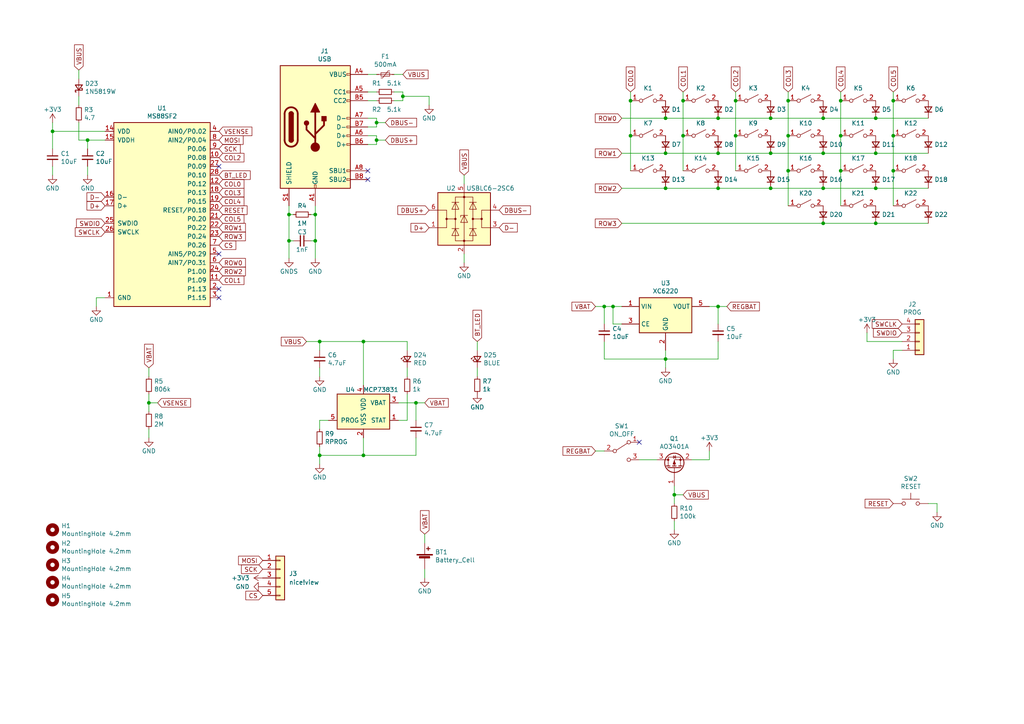
<source format=kicad_sch>
(kicad_sch (version 20211123) (generator eeschema)
  (paper "A4")
  (lib_symbols
    (symbol "Battery_Management:MCP73831-2-OT" (pin_names (offset 1.016))
      (property "Reference" "U" (at -7.62 6.35 0))
      (property "Value" "MCP73831-2-OT" (at 1.27 6.35 0))
      (symbol "MCP73831-2-OT_1_1"
        (pin output line (at 10.16 -2.54 180) (length 2.54) (name "STAT") (number "1"))
        (pin power_in line (at 0 -7.62 90) (length 2.54) (name "VSS") (number "2"))
        (pin power_out line (at 10.16 2.54 180) (length 2.54) (name "VBAT") (number "3"))
        (pin power_in line (at 0 7.62 270) (length 2.54) (name "VDD") (number "4"))
        (pin input line (at -10.16 -2.54 0) (length 2.54) (name "PROG") (number "5"))
      )
    )
    (symbol "Connector:USB_C_Receptacle_USB2.0" (pin_names (offset 1.016))
      (property "Reference" "J" (at -10.16 19.05 0))
      (property "Value" "USB_C_Receptacle_USB2.0" (at 19.05 19.05 0))
      (symbol "USB_C_Receptacle_USB2.0_1_1"
        (pin passive line (at 0 -22.86 90) (length 5.08) (name "GND") (number "A1"))
        (pin passive line (at 0 -22.86 90) (length 5.08) hide (name "GND") (number "A12"))
        (pin passive line (at 15.24 15.24 180) (length 5.08) (name "VBUS") (number "A4"))
        (pin bidirectional line (at 15.24 10.16 180) (length 5.08) (name "CC1") (number "A5"))
        (pin bidirectional line (at 15.24 -2.54 180) (length 5.08) (name "D+") (number "A6"))
        (pin bidirectional line (at 15.24 2.54 180) (length 5.08) (name "D-") (number "A7"))
        (pin bidirectional line (at 15.24 -12.7 180) (length 5.08) (name "SBU1") (number "A8"))
        (pin passive line (at 15.24 15.24 180) (length 5.08) hide (name "VBUS") (number "A9"))
        (pin passive line (at 0 -22.86 90) (length 5.08) hide (name "GND") (number "B1"))
        (pin passive line (at 0 -22.86 90) (length 5.08) hide (name "GND") (number "B12"))
        (pin passive line (at 15.24 15.24 180) (length 5.08) hide (name "VBUS") (number "B4"))
        (pin bidirectional line (at 15.24 7.62 180) (length 5.08) (name "CC2") (number "B5"))
        (pin bidirectional line (at 15.24 -5.08 180) (length 5.08) (name "D+") (number "B6"))
        (pin bidirectional line (at 15.24 0 180) (length 5.08) (name "D-") (number "B7"))
        (pin bidirectional line (at 15.24 -15.24 180) (length 5.08) (name "SBU2") (number "B8"))
        (pin passive line (at 15.24 15.24 180) (length 5.08) hide (name "VBUS") (number "B9"))
        (pin passive line (at -7.62 -22.86 90) (length 5.08) (name "SHIELD") (number "S1"))
      )
    )
    (symbol "Connector_Generic:Conn_01x04" (pin_names (offset 1.016) hide)
      (property "Reference" "J" (at 0 5.08 0))
      (property "Value" "Conn_01x04" (at 0 -7.62 0))
      (symbol "Conn_01x04_1_1"
        (pin passive line (at -5.08 2.54 0) (length 3.81) (name "Pin_1") (number "1"))
        (pin passive line (at -5.08 0 0) (length 3.81) (name "Pin_2") (number "2"))
        (pin passive line (at -5.08 -2.54 0) (length 3.81) (name "Pin_3") (number "3"))
        (pin passive line (at -5.08 -5.08 0) (length 3.81) (name "Pin_4") (number "4"))
      )
    )
    (symbol "Connector_Generic:Conn_01x05" (pin_names (offset 1.016) hide)
      (property "Reference" "J" (at 0 7.62 0))
      (property "Value" "Conn_01x05" (at 0 -7.62 0))
      (symbol "Conn_01x05_1_1"
        (pin passive line (at -5.08 5.08 0) (length 3.81) (name "Pin_1") (number "1"))
        (pin passive line (at -5.08 2.54 0) (length 3.81) (name "Pin_2") (number "2"))
        (pin passive line (at -5.08 0 0) (length 3.81) (name "Pin_3") (number "3"))
        (pin passive line (at -5.08 -2.54 0) (length 3.81) (name "Pin_4") (number "4"))
        (pin passive line (at -5.08 -5.08 0) (length 3.81) (name "Pin_5") (number "5"))
      )
    )
    (symbol "Device:Battery_Cell" (pin_numbers hide) (pin_names (offset 0) hide)
      (property "Reference" "BT" (at 2.54 2.54 0))
      (property "Value" "Battery_Cell" (at 2.54 0 0))
      (symbol "Battery_Cell_1_1"
        (pin passive line (at 0 5.08 270) (length 2.54) (name "+") (number "1"))
        (pin passive line (at 0 -2.54 90) (length 2.54) (name "-") (number "2"))
      )
    )
    (symbol "Device:C_Small" (pin_numbers hide) (pin_names (offset 0.254) hide)
      (property "Reference" "C" (at 0.254 1.778 0))
      (property "Value" "C_Small" (at 0.254 -2.032 0))
      (symbol "C_Small_1_1"
        (pin passive line (at 0 2.54 270) (length 2.032) (name "~") (number "1"))
        (pin passive line (at 0 -2.54 90) (length 2.032) (name "~") (number "2"))
      )
    )
    (symbol "Device:D_Schottky_Small" (pin_numbers hide) (pin_names (offset 0.254) hide)
      (property "Reference" "D" (at -1.27 2.032 0))
      (property "Value" "D_Schottky_Small" (at -7.112 -2.032 0))
      (symbol "D_Schottky_Small_1_1"
        (pin passive line (at -2.54 0 0) (length 1.778) (name "K") (number "1"))
        (pin passive line (at 2.54 0 180) (length 1.778) (name "A") (number "2"))
      )
    )
    (symbol "Device:D_Small" (pin_numbers hide) (pin_names (offset 0.254) hide)
      (property "Reference" "D" (at -1.27 2.032 0))
      (property "Value" "D_Small" (at -3.81 -2.032 0))
      (symbol "D_Small_1_1"
        (pin passive line (at -2.54 0 0) (length 1.778) (name "K") (number "1"))
        (pin passive line (at 2.54 0 180) (length 1.778) (name "A") (number "2"))
      )
    )
    (symbol "Device:LED_Small" (pin_numbers hide) (pin_names (offset 0.254) hide)
      (property "Reference" "D" (at -1.27 3.175 0))
      (property "Value" "LED_Small" (at -4.445 -2.54 0))
      (symbol "LED_Small_1_1"
        (pin passive line (at -2.54 0 0) (length 1.778) (name "K") (number "1"))
        (pin passive line (at 2.54 0 180) (length 1.778) (name "A") (number "2"))
      )
    )
    (symbol "Device:Polyfuse_Small" (pin_numbers hide) (pin_names (offset 0))
      (property "Reference" "F" (at -1.905 0 90))
      (property "Value" "Polyfuse_Small" (at 1.905 0 90))
      (symbol "Polyfuse_Small_1_1"
        (pin passive line (at 0 2.54 270) (length 0.635) (name "~") (number "1"))
        (pin passive line (at 0 -2.54 90) (length 0.635) (name "~") (number "2"))
      )
    )
    (symbol "Device:R_Small" (pin_numbers hide) (pin_names (offset 0.254) hide)
      (property "Reference" "R" (at 0.762 0.508 0))
      (property "Value" "R_Small" (at 0.762 -1.016 0))
      (symbol "R_Small_1_1"
        (pin passive line (at 0 2.54 270) (length 0.762) (name "~") (number "1"))
        (pin passive line (at 0 -2.54 90) (length 0.762) (name "~") (number "2"))
      )
    )
    (symbol "Mechanical:MountingHole" (pin_names (offset 1.016))
      (property "Reference" "H" (at 0 5.08 0))
      (property "Value" "MountingHole" (at 0 3.175 0))
    )
    (symbol "Power_Protection:USBLC6-2SC6" (pin_names hide)
      (property "Reference" "U" (at 2.54 8.89 0))
      (property "Value" "USBLC6-2SC6" (at 2.54 -8.89 0))
      (symbol "USBLC6-2SC6_1_1"
        (pin passive line (at -10.16 -2.54 0) (length 2.54) (name "I/O1") (number "1"))
        (pin passive line (at 0 -10.16 90) (length 2.54) (name "GND") (number "2"))
        (pin passive line (at 10.16 -2.54 180) (length 2.54) (name "I/O2") (number "3"))
        (pin passive line (at 10.16 2.54 180) (length 2.54) (name "I/O2") (number "4"))
        (pin passive line (at 0 10.16 270) (length 2.54) (name "VBUS") (number "5"))
        (pin passive line (at -10.16 2.54 0) (length 2.54) (name "I/O1") (number "6"))
      )
    )
    (symbol "Regulator_Linear:XC6220B331MR"
      (property "Reference" "U" (at 0 8.89 0))
      (property "Value" "XC6220B331MR" (at 0 6.35 0))
      (symbol "XC6220B331MR_1_1"
        (pin power_in line (at -12.7 2.54 0) (length 5.08) (name "VIN") (number "1"))
        (pin power_in line (at 0 -10.16 90) (length 5.08) (name "GND") (number "2"))
        (pin input line (at -12.7 -2.54 0) (length 5.08) (name "CE") (number "3"))
        (pin no_connect line (at 12.7 -2.54 180) (length 5.08) hide (name "NC") (number "4"))
        (pin power_out line (at 12.7 2.54 180) (length 5.08) (name "VOUT") (number "5"))
      )
    )
    (symbol "Switch:SW_Push" (pin_numbers hide) (pin_names (offset 1.016) hide)
      (property "Reference" "SW" (at 1.27 2.54 0))
      (property "Value" "SW_Push" (at 0 -1.524 0))
      (symbol "SW_Push_0_1"
        (pin passive line (at -5.08 0 0) (length 2.54) (name "1") (number "1"))
        (pin passive line (at 5.08 0 180) (length 2.54) (name "2") (number "2"))
      )
    )
    (symbol "Switch:SW_SPDT" (pin_names (offset 0) hide)
      (property "Reference" "SW" (at 0 4.318 0))
      (property "Value" "SW_SPDT" (at 0 -5.08 0))
      (symbol "SW_SPDT_1_1"
        (pin passive line (at 5.08 2.54 180) (length 2.54) (name "A") (number "1"))
        (pin passive line (at -5.08 0 0) (length 2.54) (name "B") (number "2"))
        (pin passive line (at 5.08 -2.54 180) (length 2.54) (name "C") (number "3"))
      )
    )
    (symbol "Transistor_FET:AO3401A" (pin_names hide)
      (property "Reference" "Q" (at 5.08 1.905 0))
      (property "Value" "AO3401A" (at 5.08 0 0))
      (symbol "AO3401A_1_1"
        (pin input line (at -5.08 0 0) (length 2.54) (name "G") (number "1"))
        (pin passive line (at 2.54 -5.08 90) (length 2.54) (name "S") (number "2"))
        (pin passive line (at 2.54 5.08 270) (length 2.54) (name "D") (number "3"))
      )
    )
    (symbol "dao-choc-ble:KEY_SWITCH" (pin_names (offset 0) hide)
      (property "Reference" "K" (at 0 3.175 0))
      (symbol "KEY_SWITCH_1_1"
        (pin passive line (at -5.08 0 0) (length 2.54) (name "A") (number "1"))
        (pin passive line (at 5.08 0 180) (length 2.54) (name "B") (number "2"))
      )
    )
    (symbol "dao-choc-ble:MS88SF2" (pin_names (offset 1.016))
      (property "Reference" "U" (at 0 27.94 0))
      (property "Value" "MS88SF2" (at 0 -27.94 0))
      (symbol "MS88SF2_0_0"
        (pin bidirectional line (at -16.51 -24.13 0) (length 2.54) (name "GND") (number "1"))
        (pin bidirectional line (at 16.51 16.51 180) (length 2.54) (name "P0.08") (number "10"))
        (pin bidirectional line (at 16.51 -19.05 180) (length 2.54) (name "P1.09") (number "11"))
        (pin bidirectional line (at 16.51 8.89 180) (length 2.54) (name "P0.12") (number "12"))
        (pin bidirectional line (at -16.51 -24.13 0) (length 2.54) hide (name "GND") (number "13"))
        (pin bidirectional line (at -16.51 24.13 0) (length 2.54) (name "VDD") (number "14"))
        (pin bidirectional line (at -16.51 21.59 0) (length 2.54) (name "VDDH") (number "15"))
        (pin bidirectional line (at -16.51 5.08 0) (length 2.54) (name "D-") (number "16"))
        (pin bidirectional line (at -16.51 2.54 0) (length 2.54) (name "D+") (number "17"))
        (pin bidirectional line (at 16.51 6.35 180) (length 2.54) (name "P0.13") (number "18"))
        (pin bidirectional line (at 16.51 3.81 180) (length 2.54) (name "P0.15") (number "19"))
        (pin bidirectional line (at 16.51 -21.59 180) (length 2.54) (name "P1.13") (number "2"))
        (pin bidirectional line (at 16.51 1.27 180) (length 2.54) (name "RESET/P0.18") (number "20"))
        (pin bidirectional line (at 16.51 -1.27 180) (length 2.54) (name "P0.20") (number "21"))
        (pin bidirectional line (at 16.51 -3.81 180) (length 2.54) (name "P0.22") (number "22"))
        (pin bidirectional line (at 16.51 -6.35 180) (length 2.54) (name "P0.24") (number "23"))
        (pin bidirectional line (at 16.51 -16.51 180) (length 2.54) (name "P1.00") (number "24"))
        (pin bidirectional line (at -16.51 -2.54 0) (length 2.54) (name "SWDIO") (number "25"))
        (pin bidirectional line (at -16.51 -5.08 0) (length 2.54) (name "SWCLK") (number "26"))
        (pin bidirectional line (at 16.51 13.97 180) (length 2.54) (name "P0.09") (number "27"))
        (pin bidirectional line (at 16.51 11.43 180) (length 2.54) (name "P0.10") (number "28"))
        (pin bidirectional line (at 16.51 -24.13 180) (length 2.54) (name "P1.15") (number "3"))
        (pin bidirectional line (at 16.51 24.13 180) (length 2.54) (name "AIN0/P0.02") (number "4"))
        (pin bidirectional line (at 16.51 -11.43 180) (length 2.54) (name "AIN5/P0.29") (number "5"))
        (pin bidirectional line (at 16.51 -13.97 180) (length 2.54) (name "AIN7/P0.31") (number "6"))
        (pin bidirectional line (at 16.51 -8.89 180) (length 2.54) (name "P0.26") (number "7"))
        (pin bidirectional line (at 16.51 21.59 180) (length 2.54) (name "AIN2/P0.04") (number "8"))
        (pin bidirectional line (at 16.51 19.05 180) (length 2.54) (name "P0.06") (number "9"))
      )
    )
    (symbol "power:+3V3" (power) (pin_names (offset 0))
      (property "Value" "+3V3" (at 0 3.556 0))
      (symbol "+3V3_1_1"
        (pin power_in line (at 0 0 90) (length 0) hide (name "+3V3") (number "1"))
      )
    )
    (symbol "power:GND" (power) (pin_names (offset 0))
      (property "Value" "GND" (at 0 -3.81 0))
      (symbol "GND_1_1"
        (pin power_in line (at 0 0 270) (length 0) hide (name "GND") (number "1"))
      )
    )
    (symbol "power:GNDS" (power) (pin_names (offset 0))
      (property "Value" "GNDS" (at 0 -3.81 0))
      (symbol "GNDS_1_1"
        (pin power_in line (at 0 0 270) (length 0) hide (name "GNDS") (number "1"))
      )
    )
  )
  (junction (at 208.28 44.45))
  (junction (at 91.44 62.23))
  (junction (at 193.04 34.29))
  (junction (at 243.84 49.53))
  (junction (at 238.76 44.45))
  (junction (at 223.52 54.61))
  (junction (at 193.04 104.14))
  (junction (at 177.8 88.9))
  (junction (at 83.82 62.23))
  (junction (at 105.41 132.08))
  (junction (at 238.76 64.77))
  (junction (at 198.12 29.21))
  (junction (at 193.04 44.45))
  (junction (at 25.4 40.64))
  (junction (at 223.52 34.29))
  (junction (at 254 64.77))
  (junction (at 254 34.29))
  (junction (at 120.65 116.84))
  (junction (at 182.88 39.37))
  (junction (at 15.24 38.1))
  (junction (at 109.22 40.64))
  (junction (at 92.71 99.06))
  (junction (at 228.6 39.37))
  (junction (at 243.84 39.37))
  (junction (at 208.28 88.9))
  (junction (at 175.26 88.9))
  (junction (at 193.04 54.61))
  (junction (at 259.08 29.21))
  (junction (at 182.88 29.21))
  (junction (at 213.36 29.21))
  (junction (at 238.76 34.29))
  (junction (at 208.28 54.61))
  (junction (at 198.12 39.37))
  (junction (at 238.76 54.61))
  (junction (at 254 54.61))
  (junction (at 43.18 116.84))
  (junction (at 195.58 143.51))
  (junction (at 213.36 39.37))
  (junction (at 223.52 44.45))
  (junction (at 83.82 69.85))
  (junction (at 92.71 132.08))
  (junction (at 243.84 29.21))
  (junction (at 208.28 34.29))
  (junction (at 228.6 29.21))
  (junction (at 91.44 69.85))
  (junction (at 259.08 49.53))
  (junction (at 105.41 99.06))
  (junction (at 228.6 49.53))
  (junction (at 116.84 27.94))
  (junction (at 254 44.45))
  (junction (at 109.22 35.56))
  (junction (at 259.08 39.37))
  (no_connect (at 63.5 83.82))
  (no_connect (at 63.5 86.36))
  (no_connect (at 106.68 52.07))
  (no_connect (at 63.5 48.26))
  (no_connect (at 106.68 49.53))
  (no_connect (at 185.42 128.27))
  (no_connect (at 63.5 73.66))
  (wire (pts (xy 238.76 44.45) (xy 223.52 44.45)))
  (wire (pts (xy 120.65 116.84) (xy 120.65 121.92)))
  (wire (pts (xy 15.24 35.56) (xy 15.24 38.1)))
  (wire (pts (xy 238.76 54.61) (xy 223.52 54.61)))
  (wire (pts (xy 193.04 104.14) (xy 175.26 104.14)))
  (wire (pts (xy 243.84 39.37) (xy 243.84 29.21)))
  (wire (pts (xy 106.68 21.59) (xy 109.22 21.59)))
  (wire (pts (xy 106.68 34.29) (xy 109.22 34.29)))
  (wire (pts (xy 175.26 104.14) (xy 175.26 99.06)))
  (wire (pts (xy 193.04 101.6) (xy 193.04 104.14)))
  (wire (pts (xy 251.46 99.06) (xy 261.62 99.06)))
  (wire (pts (xy 91.44 62.23) (xy 91.44 69.85)))
  (wire (pts (xy 259.08 101.6) (xy 259.08 104.14)))
  (wire (pts (xy 243.84 49.53) (xy 243.84 39.37)))
  (wire (pts (xy 182.88 39.37) (xy 182.88 29.21)))
  (wire (pts (xy 259.08 29.21) (xy 259.08 26.67)))
  (wire (pts (xy 105.41 132.08) (xy 120.65 132.08)))
  (wire (pts (xy 205.74 133.35) (xy 205.74 130.81)))
  (wire (pts (xy 182.88 29.21) (xy 182.88 26.67)))
  (wire (pts (xy 269.24 64.77) (xy 254 64.77)))
  (wire (pts (xy 228.6 59.69) (xy 228.6 49.53)))
  (wire (pts (xy 15.24 38.1) (xy 15.24 43.18)))
  (wire (pts (xy 114.3 26.67) (xy 116.84 26.67)))
  (wire (pts (xy 105.41 132.08) (xy 92.71 132.08)))
  (wire (pts (xy 180.34 64.77) (xy 238.76 64.77)))
  (wire (pts (xy 213.36 39.37) (xy 213.36 29.21)))
  (wire (pts (xy 114.3 21.59) (xy 116.84 21.59)))
  (wire (pts (xy 261.62 101.6) (xy 259.08 101.6)))
  (wire (pts (xy 106.68 36.83) (xy 109.22 36.83)))
  (wire (pts (xy 134.62 73.66) (xy 134.62 76.2)))
  (wire (pts (xy 83.82 69.85) (xy 83.82 74.93)))
  (wire (pts (xy 25.4 40.64) (xy 25.4 43.18)))
  (wire (pts (xy 91.44 62.23) (xy 90.17 62.23)))
  (wire (pts (xy 254 34.29) (xy 238.76 34.29)))
  (wire (pts (xy 22.86 30.48) (xy 22.86 27.94)))
  (wire (pts (xy 223.52 34.29) (xy 208.28 34.29)))
  (wire (pts (xy 177.8 93.98) (xy 177.8 88.9)))
  (wire (pts (xy 259.08 59.69) (xy 259.08 49.53)))
  (wire (pts (xy 109.22 40.64) (xy 109.22 41.91)))
  (wire (pts (xy 120.65 116.84) (xy 123.19 116.84)))
  (wire (pts (xy 185.42 133.35) (xy 190.5 133.35)))
  (wire (pts (xy 91.44 59.69) (xy 91.44 62.23)))
  (wire (pts (xy 182.88 49.53) (xy 182.88 39.37)))
  (wire (pts (xy 228.6 39.37) (xy 228.6 29.21)))
  (wire (pts (xy 105.41 99.06) (xy 105.41 111.76)))
  (wire (pts (xy 208.28 44.45) (xy 193.04 44.45)))
  (wire (pts (xy 109.22 36.83) (xy 109.22 35.56)))
  (wire (pts (xy 271.78 146.05) (xy 271.78 148.59)))
  (wire (pts (xy 114.3 29.21) (xy 116.84 29.21)))
  (wire (pts (xy 116.84 27.94) (xy 116.84 29.21)))
  (wire (pts (xy 83.82 62.23) (xy 83.82 69.85)))
  (wire (pts (xy 106.68 26.67) (xy 109.22 26.67)))
  (wire (pts (xy 118.11 121.92) (xy 118.11 114.3)))
  (wire (pts (xy 208.28 54.61) (xy 193.04 54.61)))
  (wire (pts (xy 243.84 29.21) (xy 243.84 26.67)))
  (wire (pts (xy 43.18 119.38) (xy 43.18 116.84)))
  (wire (pts (xy 193.04 54.61) (xy 180.34 54.61)))
  (wire (pts (xy 138.43 106.68) (xy 138.43 109.22)))
  (wire (pts (xy 254 54.61) (xy 238.76 54.61)))
  (wire (pts (xy 208.28 88.9) (xy 208.28 93.98)))
  (wire (pts (xy 208.28 99.06) (xy 208.28 104.14)))
  (wire (pts (xy 175.26 88.9) (xy 175.26 93.98)))
  (wire (pts (xy 83.82 62.23) (xy 85.09 62.23)))
  (wire (pts (xy 116.84 27.94) (xy 124.46 27.94)))
  (wire (pts (xy 175.26 88.9) (xy 172.72 88.9)))
  (wire (pts (xy 30.48 38.1) (xy 15.24 38.1)))
  (wire (pts (xy 92.71 129.54) (xy 92.71 132.08)))
  (wire (pts (xy 45.72 116.84) (xy 43.18 116.84)))
  (wire (pts (xy 269.24 44.45) (xy 254 44.45)))
  (wire (pts (xy 198.12 49.53) (xy 198.12 39.37)))
  (wire (pts (xy 193.04 44.45) (xy 180.34 44.45)))
  (wire (pts (xy 193.04 34.29) (xy 180.34 34.29)))
  (wire (pts (xy 92.71 106.68) (xy 92.71 109.22)))
  (wire (pts (xy 259.08 39.37) (xy 259.08 29.21)))
  (wire (pts (xy 238.76 34.29) (xy 223.52 34.29)))
  (wire (pts (xy 88.9 99.06) (xy 92.71 99.06)))
  (wire (pts (xy 109.22 39.37) (xy 109.22 40.64)))
  (wire (pts (xy 254 64.77) (xy 238.76 64.77)))
  (wire (pts (xy 83.82 59.69) (xy 83.82 62.23)))
  (wire (pts (xy 223.52 54.61) (xy 208.28 54.61)))
  (wire (pts (xy 208.28 88.9) (xy 210.82 88.9)))
  (wire (pts (xy 195.58 140.97) (xy 195.58 143.51)))
  (wire (pts (xy 269.24 34.29) (xy 254 34.29)))
  (wire (pts (xy 43.18 109.22) (xy 43.18 106.68)))
  (wire (pts (xy 269.24 146.05) (xy 271.78 146.05)))
  (wire (pts (xy 254 44.45) (xy 238.76 44.45)))
  (wire (pts (xy 106.68 39.37) (xy 109.22 39.37)))
  (wire (pts (xy 105.41 127) (xy 105.41 132.08)))
  (wire (pts (xy 123.19 154.94) (xy 123.19 157.48)))
  (wire (pts (xy 243.84 59.69) (xy 243.84 49.53)))
  (wire (pts (xy 116.84 26.67) (xy 116.84 27.94)))
  (wire (pts (xy 115.57 121.92) (xy 118.11 121.92)))
  (wire (pts (xy 92.71 99.06) (xy 105.41 99.06)))
  (wire (pts (xy 251.46 99.06) (xy 251.46 96.52)))
  (wire (pts (xy 43.18 116.84) (xy 43.18 114.3)))
  (wire (pts (xy 195.58 143.51) (xy 195.58 146.05)))
  (wire (pts (xy 134.62 53.34) (xy 134.62 50.8)))
  (wire (pts (xy 91.44 69.85) (xy 90.17 69.85)))
  (wire (pts (xy 109.22 41.91) (xy 106.68 41.91)))
  (wire (pts (xy 95.25 121.92) (xy 92.71 121.92)))
  (wire (pts (xy 138.43 101.6) (xy 138.43 99.06)))
  (wire (pts (xy 118.11 99.06) (xy 105.41 99.06)))
  (wire (pts (xy 180.34 88.9) (xy 177.8 88.9)))
  (wire (pts (xy 208.28 34.29) (xy 193.04 34.29)))
  (wire (pts (xy 269.24 54.61) (xy 254 54.61)))
  (wire (pts (xy 118.11 101.6) (xy 118.11 99.06)))
  (wire (pts (xy 120.65 127) (xy 120.65 132.08)))
  (wire (pts (xy 109.22 35.56) (xy 109.22 34.29)))
  (wire (pts (xy 109.22 40.64) (xy 111.76 40.64)))
  (wire (pts (xy 228.6 29.21) (xy 228.6 26.67)))
  (wire (pts (xy 259.08 49.53) (xy 259.08 39.37)))
  (wire (pts (xy 213.36 29.21) (xy 213.36 26.67)))
  (wire (pts (xy 200.66 133.35) (xy 205.74 133.35)))
  (wire (pts (xy 228.6 49.53) (xy 228.6 39.37)))
  (wire (pts (xy 172.72 130.81) (xy 175.26 130.81)))
  (wire (pts (xy 92.71 121.92) (xy 92.71 124.46)))
  (wire (pts (xy 25.4 48.26) (xy 25.4 50.8)))
  (wire (pts (xy 27.94 86.36) (xy 27.94 88.9)))
  (wire (pts (xy 15.24 48.26) (xy 15.24 50.8)))
  (wire (pts (xy 91.44 69.85) (xy 91.44 74.93)))
  (wire (pts (xy 123.19 165.1) (xy 123.19 167.64)))
  (wire (pts (xy 208.28 104.14) (xy 193.04 104.14)))
  (wire (pts (xy 213.36 49.53) (xy 213.36 39.37)))
  (wire (pts (xy 43.18 124.46) (xy 43.18 127)))
  (wire (pts (xy 193.04 104.14) (xy 193.04 106.68)))
  (wire (pts (xy 198.12 29.21) (xy 198.12 26.67)))
  (wire (pts (xy 92.71 101.6) (xy 92.71 99.06)))
  (wire (pts (xy 25.4 40.64) (xy 22.86 40.64)))
  (wire (pts (xy 118.11 109.22) (xy 118.11 106.68)))
  (wire (pts (xy 198.12 39.37) (xy 198.12 29.21)))
  (wire (pts (xy 195.58 151.13) (xy 195.58 153.67)))
  (wire (pts (xy 124.46 27.94) (xy 124.46 30.48)))
  (wire (pts (xy 205.74 88.9) (xy 208.28 88.9)))
  (wire (pts (xy 25.4 40.64) (xy 30.48 40.64)))
  (wire (pts (xy 106.68 29.21) (xy 109.22 29.21)))
  (wire (pts (xy 22.86 35.56) (xy 22.86 40.64)))
  (wire (pts (xy 109.22 35.56) (xy 111.76 35.56)))
  (wire (pts (xy 223.52 44.45) (xy 208.28 44.45)))
  (wire (pts (xy 175.26 88.9) (xy 177.8 88.9)))
  (wire (pts (xy 22.86 22.86) (xy 22.86 20.32)))
  (wire (pts (xy 180.34 93.98) (xy 177.8 93.98)))
  (wire (pts (xy 30.48 86.36) (xy 27.94 86.36)))
  (wire (pts (xy 195.58 143.51) (xy 198.12 143.51)))
  (wire (pts (xy 115.57 116.84) (xy 120.65 116.84)))
  (wire (pts (xy 83.82 69.85) (xy 85.09 69.85)))
  (wire (pts (xy 92.71 134.62) (xy 92.71 132.08)))
  (global_label "D+" (shape input) (at 124.46 66.04 180) (property "Intersheet References" "${INTERSHEET_REFS}" (effects hide)))
  (global_label "ROW1" (shape input) (at 63.5 66.04 0) (property "Intersheet References" "${INTERSHEET_REFS}" (effects hide)))
  (global_label "COL0" (shape input) (at 182.88 26.67 90) (property "Intersheet References" "${INTERSHEET_REFS}" (effects hide)))
  (global_label "ROW2" (shape input) (at 63.5 78.74 0) (property "Intersheet References" "${INTERSHEET_REFS}" (effects hide)))
  (global_label "VBUS" (shape input) (at 88.9 99.06 180) (property "Intersheet References" "${INTERSHEET_REFS}" (effects hide)))
  (global_label "SWDIO" (shape input) (at 261.62 96.52 180) (property "Intersheet References" "${INTERSHEET_REFS}" (effects hide)))
  (global_label "VBAT" (shape input) (at 123.19 154.94 90) (property "Intersheet References" "${INTERSHEET_REFS}" (effects hide)))
  (global_label "COL3" (shape input) (at 228.6 26.67 90) (property "Intersheet References" "${INTERSHEET_REFS}" (effects hide)))
  (global_label "ROW0" (shape input) (at 63.5 76.2 0) (property "Intersheet References" "${INTERSHEET_REFS}" (effects hide)))
  (global_label "D-" (shape input) (at 144.78 66.04 0) (property "Intersheet References" "${INTERSHEET_REFS}" (effects hide)))
  (global_label "VBUS" (shape input) (at 22.86 20.32 90) (property "Intersheet References" "${INTERSHEET_REFS}" (effects hide)))
  (global_label "VBUS" (shape input) (at 198.12 143.51 0) (property "Intersheet References" "${INTERSHEET_REFS}" (effects hide)))
  (global_label "COL4" (shape input) (at 63.5 58.42 0) (property "Intersheet References" "${INTERSHEET_REFS}" (effects hide)))
  (global_label "SWCLK" (shape input) (at 261.62 93.98 180) (property "Intersheet References" "${INTERSHEET_REFS}" (effects hide)))
  (global_label "RESET" (shape input) (at 259.08 146.05 180) (property "Intersheet References" "${INTERSHEET_REFS}" (effects hide)))
  (global_label "DBUS-" (shape input) (at 144.78 60.96 0) (property "Intersheet References" "${INTERSHEET_REFS}" (effects hide)))
  (global_label "REGBAT" (shape input) (at 210.82 88.9 0) (property "Intersheet References" "${INTERSHEET_REFS}" (effects hide)))
  (global_label "COL4" (shape input) (at 243.84 26.67 90) (property "Intersheet References" "${INTERSHEET_REFS}" (effects hide)))
  (global_label "COL2" (shape input) (at 63.5 45.72 0) (property "Intersheet References" "${INTERSHEET_REFS}" (effects hide)))
  (global_label "BT_LED" (shape input) (at 138.43 99.06 90) (property "Intersheet References" "${INTERSHEET_REFS}" (effects hide)))
  (global_label "ROW0" (shape input) (at 180.34 34.29 180) (property "Intersheet References" "${INTERSHEET_REFS}" (effects hide)))
  (global_label "ROW2" (shape input) (at 180.34 54.61 180) (property "Intersheet References" "${INTERSHEET_REFS}" (effects hide)))
  (global_label "ROW3" (shape input) (at 180.34 64.77 180) (property "Intersheet References" "${INTERSHEET_REFS}" (effects hide)))
  (global_label "COL5" (shape input) (at 259.08 26.67 90) (property "Intersheet References" "${INTERSHEET_REFS}" (effects hide)))
  (global_label "CS" (shape input) (at 63.5 71.12 0) (property "Intersheet References" "${INTERSHEET_REFS}" (effects hide)))
  (global_label "MOSI" (shape input) (at 76.2 162.56 180) (property "Intersheet References" "${INTERSHEET_REFS}" (effects hide)))
  (global_label "ROW3" (shape input) (at 63.5 68.58 0) (property "Intersheet References" "${INTERSHEET_REFS}" (effects hide)))
  (global_label "VBAT" (shape input) (at 172.72 88.9 180) (property "Intersheet References" "${INTERSHEET_REFS}" (effects hide)))
  (global_label "D+" (shape input) (at 30.48 59.69 180) (property "Intersheet References" "${INTERSHEET_REFS}" (effects hide)))
  (global_label "VSENSE" (shape input) (at 45.72 116.84 0) (property "Intersheet References" "${INTERSHEET_REFS}" (effects hide)))
  (global_label "COL3" (shape input) (at 63.5 55.88 0) (property "Intersheet References" "${INTERSHEET_REFS}" (effects hide)))
  (global_label "DBUS-" (shape input) (at 111.76 35.56 0) (property "Intersheet References" "${INTERSHEET_REFS}" (effects hide)))
  (global_label "COL0" (shape input) (at 63.5 53.34 0) (property "Intersheet References" "${INTERSHEET_REFS}" (effects hide)))
  (global_label "BT_LED" (shape input) (at 63.5 50.8 0) (property "Intersheet References" "${INTERSHEET_REFS}" (effects hide)))
  (global_label "REGBAT" (shape input) (at 172.72 130.81 180) (property "Intersheet References" "${INTERSHEET_REFS}" (effects hide)))
  (global_label "ROW1" (shape input) (at 180.34 44.45 180) (property "Intersheet References" "${INTERSHEET_REFS}" (effects hide)))
  (global_label "SCK" (shape input) (at 63.5 43.18 0) (property "Intersheet References" "${INTERSHEET_REFS}" (effects hide)))
  (global_label "VBAT" (shape input) (at 43.18 106.68 90) (property "Intersheet References" "${INTERSHEET_REFS}" (effects hide)))
  (global_label "VBUS" (shape input) (at 116.84 21.59 0) (property "Intersheet References" "${INTERSHEET_REFS}" (effects hide)))
  (global_label "COL1" (shape input) (at 63.5 81.28 0) (property "Intersheet References" "${INTERSHEET_REFS}" (effects hide)))
  (global_label "COL2" (shape input) (at 213.36 26.67 90) (property "Intersheet References" "${INTERSHEET_REFS}" (effects hide)))
  (global_label "DBUS+" (shape input) (at 124.46 60.96 180) (property "Intersheet References" "${INTERSHEET_REFS}" (effects hide)))
  (global_label "SCK" (shape input) (at 76.2 165.1 180) (property "Intersheet References" "${INTERSHEET_REFS}" (effects hide)))
  (global_label "DBUS+" (shape input) (at 111.76 40.64 0) (property "Intersheet References" "${INTERSHEET_REFS}" (effects hide)))
  (global_label "D-" (shape input) (at 30.48 57.15 180) (property "Intersheet References" "${INTERSHEET_REFS}" (effects hide)))
  (global_label "COL5" (shape input) (at 63.5 63.5 0) (property "Intersheet References" "${INTERSHEET_REFS}" (effects hide)))
  (global_label "RESET" (shape input) (at 63.5 60.96 0) (property "Intersheet References" "${INTERSHEET_REFS}" (effects hide)))
  (global_label "VBAT" (shape input) (at 123.19 116.84 0) (property "Intersheet References" "${INTERSHEET_REFS}" (effects hide)))
  (global_label "VBUS" (shape input) (at 134.62 50.8 90) (property "Intersheet References" "${INTERSHEET_REFS}" (effects hide)))
  (global_label "COL1" (shape input) (at 198.12 26.67 90) (property "Intersheet References" "${INTERSHEET_REFS}" (effects hide)))
  (global_label "VSENSE" (shape input) (at 63.5 38.1 0) (property "Intersheet References" "${INTERSHEET_REFS}" (effects hide)))
  (global_label "SWCLK" (shape input) (at 30.48 67.31 180) (property "Intersheet References" "${INTERSHEET_REFS}" (effects hide)))
  (global_label "CS" (shape input) (at 76.2 172.72 180) (property "Intersheet References" "${INTERSHEET_REFS}" (effects hide)))
  (global_label "SWDIO" (shape input) (at 30.48 64.77 180) (property "Intersheet References" "${INTERSHEET_REFS}" (effects hide)))
  (global_label "MOSI" (shape input) (at 63.5 40.64 0) (property "Intersheet References" "${INTERSHEET_REFS}" (effects hide)))
  (symbol (lib_id "dao-choc-ble:MS88SF2") (at 46.99 62.23 0) (unit 1)
    (property "Reference" "U1" (at 46.99 31.369 0))
    (property "Value" "MS88SF2" (at 46.99 33.6804 0))
    (property "Footprint" "dao-choc-ble:MINEW_MS88SF2" (effects hide))
  )
  (symbol (lib_id "dao-choc-ble:KEY_SWITCH") (at 187.96 29.21 0) (unit 1)
    (property "Reference" "K1" (at 187.96 25.5778 0))
    (property "Value" "KEY_SWITCH" (effects hide))
    (property "Footprint" "dao-choc-ble:Kailh_PG1350_hotswap" (effects hide))
  )
  (symbol (lib_id "Device:D_Small") (at 193.04 31.75 90) (unit 1)
    (property "Reference" "D1" (at 194.818 31.75 90) (effects (justify right)))
    (property "Value" "1N4148WS" (effects hide))
    (property "Footprint" "dao-choc-ble:D_SOD-323" (effects hide))
    (property "LCSC" "C57759" (effects hide))
  )
  (symbol (lib_id "dao-choc-ble:KEY_SWITCH") (at 203.2 29.21 0) (unit 1)
    (property "Reference" "K2" (at 203.2 25.5778 0))
    (property "Value" "KEY_SWITCH" (effects hide))
    (property "Footprint" "dao-choc-ble:Kailh_PG1350_hotswap" (effects hide))
  )
  (symbol (lib_id "Device:D_Small") (at 208.28 31.75 90) (unit 1)
    (property "Reference" "D2" (at 210.058 31.75 90) (effects (justify right)))
    (property "Value" "1N4148WS" (effects hide))
    (property "Footprint" "dao-choc-ble:D_SOD-323" (effects hide))
    (property "LCSC" "C57759" (effects hide))
  )
  (symbol (lib_id "dao-choc-ble:KEY_SWITCH") (at 218.44 29.21 0) (unit 1)
    (property "Reference" "K3" (at 218.44 25.5778 0))
    (property "Value" "KEY_SWITCH" (effects hide))
    (property "Footprint" "dao-choc-ble:Kailh_PG1350_hotswap" (effects hide))
  )
  (symbol (lib_id "Device:D_Small") (at 223.52 31.75 90) (unit 1)
    (property "Reference" "D3" (at 225.298 31.75 90) (effects (justify right)))
    (property "Value" "1N4148WS" (effects hide))
    (property "Footprint" "dao-choc-ble:D_SOD-323" (effects hide))
    (property "LCSC" "C57759" (effects hide))
  )
  (symbol (lib_id "dao-choc-ble:KEY_SWITCH") (at 233.68 29.21 0) (unit 1)
    (property "Reference" "K4" (at 233.68 25.5778 0))
    (property "Value" "KEY_SWITCH" (effects hide))
    (property "Footprint" "dao-choc-ble:Kailh_PG1350_hotswap" (effects hide))
  )
  (symbol (lib_id "Device:D_Small") (at 238.76 31.75 90) (unit 1)
    (property "Reference" "D4" (at 240.538 31.75 90) (effects (justify right)))
    (property "Value" "1N4148WS" (effects hide))
    (property "Footprint" "dao-choc-ble:D_SOD-323" (effects hide))
    (property "LCSC" "C57759" (effects hide))
  )
  (symbol (lib_id "dao-choc-ble:KEY_SWITCH") (at 248.92 29.21 0) (unit 1)
    (property "Reference" "K5" (at 248.92 25.5778 0))
    (property "Value" "KEY_SWITCH" (effects hide))
    (property "Footprint" "dao-choc-ble:Kailh_PG1350_hotswap" (effects hide))
  )
  (symbol (lib_id "Device:D_Small") (at 254 31.75 90) (unit 1)
    (property "Reference" "D5" (at 255.778 31.75 90) (effects (justify right)))
    (property "Value" "1N4148WS" (effects hide))
    (property "Footprint" "dao-choc-ble:D_SOD-323" (effects hide))
    (property "LCSC" "C57759" (effects hide))
  )
  (symbol (lib_id "dao-choc-ble:KEY_SWITCH") (at 264.16 29.21 0) (unit 1)
    (property "Reference" "K6" (at 264.16 25.5778 0))
    (property "Value" "KEY_SWITCH" (effects hide))
    (property "Footprint" "dao-choc-ble:Kailh_PG1350_hotswap" (effects hide))
  )
  (symbol (lib_id "Device:D_Small") (at 269.24 31.75 90) (unit 1)
    (property "Reference" "D6" (at 271.018 31.75 90) (effects (justify right)))
    (property "Value" "1N4148WS" (effects hide))
    (property "Footprint" "dao-choc-ble:D_SOD-323" (effects hide))
    (property "LCSC" "C57759" (effects hide))
  )
  (symbol (lib_id "dao-choc-ble:KEY_SWITCH") (at 187.96 39.37 0) (unit 1)
    (property "Reference" "K7" (at 187.96 35.7378 0))
    (property "Value" "KEY_SWITCH" (effects hide))
    (property "Footprint" "dao-choc-ble:Kailh_PG1350_hotswap" (effects hide))
  )
  (symbol (lib_id "Device:D_Small") (at 193.04 41.91 90) (unit 1)
    (property "Reference" "D7" (at 194.818 41.91 90) (effects (justify right)))
    (property "Value" "1N4148WS" (effects hide))
    (property "Footprint" "dao-choc-ble:D_SOD-323" (effects hide))
    (property "LCSC" "C57759" (effects hide))
  )
  (symbol (lib_id "dao-choc-ble:KEY_SWITCH") (at 203.2 39.37 0) (unit 1)
    (property "Reference" "K8" (at 203.2 35.7378 0))
    (property "Value" "KEY_SWITCH" (effects hide))
    (property "Footprint" "dao-choc-ble:Kailh_PG1350_hotswap" (effects hide))
  )
  (symbol (lib_id "Device:D_Small") (at 208.28 41.91 90) (unit 1)
    (property "Reference" "D8" (at 210.058 41.91 90) (effects (justify right)))
    (property "Value" "1N4148WS" (effects hide))
    (property "Footprint" "dao-choc-ble:D_SOD-323" (effects hide))
    (property "LCSC" "C57759" (effects hide))
  )
  (symbol (lib_id "dao-choc-ble:KEY_SWITCH") (at 218.44 39.37 0) (unit 1)
    (property "Reference" "K9" (at 218.44 35.7378 0))
    (property "Value" "KEY_SWITCH" (effects hide))
    (property "Footprint" "dao-choc-ble:Kailh_PG1350_hotswap" (effects hide))
  )
  (symbol (lib_id "Device:D_Small") (at 223.52 41.91 90) (unit 1)
    (property "Reference" "D9" (at 225.298 41.91 90) (effects (justify right)))
    (property "Value" "1N4148WS" (effects hide))
    (property "Footprint" "dao-choc-ble:D_SOD-323" (effects hide))
    (property "LCSC" "C57759" (effects hide))
  )
  (symbol (lib_id "dao-choc-ble:KEY_SWITCH") (at 233.68 39.37 0) (unit 1)
    (property "Reference" "K10" (at 233.68 35.7378 0))
    (property "Value" "KEY_SWITCH" (effects hide))
    (property "Footprint" "dao-choc-ble:Kailh_PG1350_hotswap" (effects hide))
  )
  (symbol (lib_id "Device:D_Small") (at 238.76 41.91 90) (unit 1)
    (property "Reference" "D10" (at 240.538 41.91 90) (effects (justify right)))
    (property "Value" "1N4148WS" (effects hide))
    (property "Footprint" "dao-choc-ble:D_SOD-323" (effects hide))
    (property "LCSC" "C57759" (effects hide))
  )
  (symbol (lib_id "dao-choc-ble:KEY_SWITCH") (at 248.92 39.37 0) (unit 1)
    (property "Reference" "K11" (at 248.92 35.7378 0))
    (property "Value" "KEY_SWITCH" (effects hide))
    (property "Footprint" "dao-choc-ble:Kailh_PG1350_hotswap" (effects hide))
  )
  (symbol (lib_id "Device:D_Small") (at 254 41.91 90) (unit 1)
    (property "Reference" "D11" (at 255.778 41.91 90) (effects (justify right)))
    (property "Value" "1N4148WS" (effects hide))
    (property "Footprint" "dao-choc-ble:D_SOD-323" (effects hide))
    (property "LCSC" "C57759" (effects hide))
  )
  (symbol (lib_id "dao-choc-ble:KEY_SWITCH") (at 264.16 39.37 0) (unit 1)
    (property "Reference" "K12" (at 264.16 35.7378 0))
    (property "Value" "KEY_SWITCH" (effects hide))
    (property "Footprint" "dao-choc-ble:Kailh_PG1350_hotswap" (effects hide))
  )
  (symbol (lib_id "Device:D_Small") (at 269.24 41.91 90) (unit 1)
    (property "Reference" "D12" (at 271.018 41.91 90) (effects (justify right)))
    (property "Value" "1N4148WS" (effects hide))
    (property "Footprint" "dao-choc-ble:D_SOD-323" (effects hide))
    (property "LCSC" "C57759" (effects hide))
  )
  (symbol (lib_id "dao-choc-ble:KEY_SWITCH") (at 187.96 49.53 0) (unit 1)
    (property "Reference" "K13" (at 187.96 45.8978 0))
    (property "Value" "KEY_SWITCH" (effects hide))
    (property "Footprint" "dao-choc-ble:Kailh_PG1350_hotswap" (effects hide))
  )
  (symbol (lib_id "Device:D_Small") (at 193.04 52.07 90) (unit 1)
    (property "Reference" "D13" (at 194.818 52.07 90) (effects (justify right)))
    (property "Value" "1N4148WS" (effects hide))
    (property "Footprint" "dao-choc-ble:D_SOD-323" (effects hide))
    (property "LCSC" "C57759" (effects hide))
  )
  (symbol (lib_id "dao-choc-ble:KEY_SWITCH") (at 203.2 49.53 0) (unit 1)
    (property "Reference" "K14" (at 203.2 45.8978 0))
    (property "Value" "KEY_SWITCH" (effects hide))
    (property "Footprint" "dao-choc-ble:Kailh_PG1350_hotswap" (effects hide))
  )
  (symbol (lib_id "Device:D_Small") (at 208.28 52.07 90) (unit 1)
    (property "Reference" "D14" (at 210.058 52.07 90) (effects (justify right)))
    (property "Value" "1N4148WS" (effects hide))
    (property "Footprint" "dao-choc-ble:D_SOD-323" (effects hide))
    (property "LCSC" "C57759" (effects hide))
  )
  (symbol (lib_id "dao-choc-ble:KEY_SWITCH") (at 218.44 49.53 0) (unit 1)
    (property "Reference" "K15" (at 218.44 45.8978 0))
    (property "Value" "KEY_SWITCH" (effects hide))
    (property "Footprint" "dao-choc-ble:Kailh_PG1350_hotswap" (effects hide))
  )
  (symbol (lib_id "Device:D_Small") (at 223.52 52.07 90) (unit 1)
    (property "Reference" "D15" (at 225.298 52.07 90) (effects (justify right)))
    (property "Value" "1N4148WS" (effects hide))
    (property "Footprint" "dao-choc-ble:D_SOD-323" (effects hide))
    (property "LCSC" "C57759" (effects hide))
  )
  (symbol (lib_id "dao-choc-ble:KEY_SWITCH") (at 233.68 49.53 0) (unit 1)
    (property "Reference" "K16" (at 233.68 45.8978 0))
    (property "Value" "KEY_SWITCH" (effects hide))
    (property "Footprint" "dao-choc-ble:Kailh_PG1350_hotswap" (effects hide))
  )
  (symbol (lib_id "Device:D_Small") (at 238.76 52.07 90) (unit 1)
    (property "Reference" "D16" (at 240.538 52.07 90) (effects (justify right)))
    (property "Value" "1N4148WS" (effects hide))
    (property "Footprint" "dao-choc-ble:D_SOD-323" (effects hide))
    (property "LCSC" "C57759" (effects hide))
  )
  (symbol (lib_id "dao-choc-ble:KEY_SWITCH") (at 248.92 49.53 0) (unit 1)
    (property "Reference" "K17" (at 248.92 45.8978 0))
    (property "Value" "KEY_SWITCH" (effects hide))
    (property "Footprint" "dao-choc-ble:Kailh_PG1350_hotswap" (effects hide))
  )
  (symbol (lib_id "Device:D_Small") (at 254 52.07 90) (unit 1)
    (property "Reference" "D17" (at 255.778 52.07 90) (effects (justify right)))
    (property "Value" "1N4148WS" (effects hide))
    (property "Footprint" "dao-choc-ble:D_SOD-323" (effects hide))
    (property "LCSC" "C57759" (effects hide))
  )
  (symbol (lib_id "dao-choc-ble:KEY_SWITCH") (at 264.16 49.53 0) (unit 1)
    (property "Reference" "K18" (at 264.16 45.8978 0))
    (property "Value" "KEY_SWITCH" (effects hide))
    (property "Footprint" "dao-choc-ble:Kailh_PG1350_hotswap" (effects hide))
  )
  (symbol (lib_id "Device:D_Small") (at 269.24 52.07 90) (unit 1)
    (property "Reference" "D18" (at 271.018 52.07 90) (effects (justify right)))
    (property "Value" "1N4148WS" (effects hide))
    (property "Footprint" "dao-choc-ble:D_SOD-323" (effects hide))
    (property "LCSC" "C57759" (effects hide))
  )
  (symbol (lib_id "dao-choc-ble:KEY_SWITCH") (at 233.68 59.69 0) (unit 1)
    (property "Reference" "K20" (at 233.68 56.0578 0))
    (property "Value" "KEY_SWITCH" (effects hide))
    (property "Footprint" "dao-choc-ble:Kailh_PG1350_hotswap" (effects hide))
  )
  (symbol (lib_id "Device:D_Small") (at 238.76 62.23 90) (unit 1)
    (property "Reference" "D20" (at 240.538 62.23 90) (effects (justify right)))
    (property "Value" "1N4148WS" (effects hide))
    (property "Footprint" "dao-choc-ble:D_SOD-323" (effects hide))
    (property "LCSC" "C57759" (effects hide))
  )
  (symbol (lib_id "dao-choc-ble:KEY_SWITCH") (at 248.92 59.69 0) (unit 1)
    (property "Reference" "K21" (at 248.92 56.0578 0))
    (property "Value" "KEY_SWITCH" (effects hide))
    (property "Footprint" "dao-choc-ble:Kailh_PG1350_hotswap" (effects hide))
  )
  (symbol (lib_id "Device:D_Small") (at 254 62.23 90) (unit 1)
    (property "Reference" "D21" (at 255.778 62.23 90) (effects (justify right)))
    (property "Value" "1N4148WS" (effects hide))
    (property "Footprint" "dao-choc-ble:D_SOD-323" (effects hide))
    (property "LCSC" "C57759" (effects hide))
  )
  (symbol (lib_id "dao-choc-ble:KEY_SWITCH") (at 264.16 59.69 0) (unit 1)
    (property "Reference" "K22" (at 264.16 56.0578 0))
    (property "Value" "KEY_SWITCH" (effects hide))
    (property "Footprint" "dao-choc-ble:Kailh_PG1350_hotswap" (effects hide))
  )
  (symbol (lib_id "Device:D_Small") (at 269.24 62.23 90) (unit 1)
    (property "Reference" "D22" (at 271.018 62.23 90) (effects (justify right)))
    (property "Value" "1N4148WS" (effects hide))
    (property "Footprint" "dao-choc-ble:D_SOD-323" (effects hide))
    (property "LCSC" "C57759" (effects hide))
  )
  (symbol (lib_id "Mechanical:MountingHole") (at 15.24 153.67 0) (unit 1)
    (property "Reference" "H1" (at 17.78 152.5016 0) (effects (justify left)))
    (property "Value" "MountingHole 4.2mm" (at 17.78 154.813 0) (effects (justify left)))
    (property "Footprint" "dao-choc-ble:Hole_4.2mm" (effects hide))
  )
  (symbol (lib_id "Mechanical:MountingHole") (at 15.24 158.75 0) (unit 1)
    (property "Reference" "H2" (at 17.78 157.5816 0) (effects (justify left)))
    (property "Value" "MountingHole 4.2mm" (at 17.78 159.893 0) (effects (justify left)))
    (property "Footprint" "dao-choc-ble:Hole_4.2mm" (effects hide))
  )
  (symbol (lib_id "Mechanical:MountingHole") (at 15.24 163.83 0) (unit 1)
    (property "Reference" "H3" (at 17.78 162.6616 0) (effects (justify left)))
    (property "Value" "MountingHole 4.2mm" (at 17.78 164.973 0) (effects (justify left)))
    (property "Footprint" "dao-choc-ble:Hole_4.2mm" (effects hide))
  )
  (symbol (lib_id "Mechanical:MountingHole") (at 15.24 168.91 0) (unit 1)
    (property "Reference" "H4" (at 17.78 167.7416 0) (effects (justify left)))
    (property "Value" "MountingHole 4.2mm" (at 17.78 170.053 0) (effects (justify left)))
    (property "Footprint" "dao-choc-ble:Hole_4.2mm" (effects hide))
  )
  (symbol (lib_id "Mechanical:MountingHole") (at 15.24 173.99 0) (unit 1)
    (property "Reference" "H5" (at 17.78 172.8216 0) (effects (justify left)))
    (property "Value" "MountingHole 4.2mm" (at 17.78 175.133 0) (effects (justify left)))
    (property "Footprint" "dao-choc-ble:Hole_4.2mm" (effects hide))
  )
  (symbol (lib_id "Battery_Management:MCP73831-2-OT") (at 105.41 119.38 0) (unit 1)
    (property "Reference" "U4" (at 101.6 113.03 0))
    (property "Value" "MCP73831" (at 110.49 113.03 0))
    (property "Footprint" "Package_TO_SOT_SMD:SOT-23-5" (effects hide))
    (property "Datasheet" "http://ww1.microchip.com/downloads/en/DeviceDoc/20001984g.pdf" (effects hide))
    (property "LCSC" "C14879" (effects hide))
  )
  (symbol (lib_id "Regulator_Linear:XC6220B331MR") (at 193.04 91.44 0) (unit 1)
    (property "Reference" "U3" (at 193.04 82.1182 0))
    (property "Value" "XC6220" (at 193.04 84.4296 0))
    (property "Footprint" "Package_TO_SOT_SMD:SOT-23-5" (effects hide))
    (property "Datasheet" "https://www.torexsemi.com/file/xc6220/XC6220.pdf" (effects hide))
    (property "LCSC" "C86534" (effects hide))
  )
  (symbol (lib_id "Device:C_Small") (at 175.26 96.52 0) (unit 1)
    (property "Reference" "C4" (at 177.5968 95.3516 0) (effects (justify left)))
    (property "Value" "10uF" (at 177.5968 97.663 0) (effects (justify left)))
    (property "Footprint" "Capacitor_SMD:C_0603_1608Metric" (effects hide))
    (property "LCSC" "C19702" (effects hide))
  )
  (symbol (lib_id "Device:C_Small") (at 208.28 96.52 0) (unit 1)
    (property "Reference" "C5" (at 210.6168 95.3516 0) (effects (justify left)))
    (property "Value" "10uF" (at 210.6168 97.663 0) (effects (justify left)))
    (property "Footprint" "Capacitor_SMD:C_0603_1608Metric" (effects hide))
    (property "LCSC" "C19702" (effects hide))
  )
  (symbol (lib_id "Device:C_Small") (at 92.71 104.14 0) (unit 1)
    (property "Reference" "C6" (at 95.0468 102.9716 0) (effects (justify left)))
    (property "Value" "4.7uF" (at 95.0468 105.283 0) (effects (justify left)))
    (property "Footprint" "Capacitor_SMD:C_0603_1608Metric" (effects hide))
    (property "LCSC" "C19666" (effects hide))
  )
  (symbol (lib_id "Connector:USB_C_Receptacle_USB2.0") (at 91.44 36.83 0) (unit 1)
    (property "Reference" "J1" (at 94.1578 14.8082 0))
    (property "Value" "USB" (at 94.1578 17.1196 0))
    (property "Footprint" "dao-choc-ble:USB-C_C168688" (effects hide))
    (property "Datasheet" "https://www.usb.org/sites/default/files/documents/usb_type-c.zip" (effects hide))
    (property "LCSC" "C168688" (effects hide))
  )
  (symbol (lib_id "power:GND") (at 123.19 167.64 0) (unit 1)
    (property "Reference" "#PWR019" (effects hide))
    (property "Value" "GND" (at 123.19 171.45 0))
  )
  (symbol (lib_id "Device:Battery_Cell") (at 123.19 162.56 0) (unit 1)
    (property "Reference" "BT1" (at 126.1872 160.1216 0) (effects (justify left)))
    (property "Value" "Battery_Cell" (at 126.1872 162.433 0) (effects (justify left)))
    (property "Footprint" "dao-choc-ble:Battery" (effects hide))
  )
  (symbol (lib_id "Device:R_Small") (at 87.63 62.23 270) (unit 1)
    (property "Reference" "R4" (at 87.63 59.69 90))
    (property "Value" "1M" (at 87.63 64.77 90))
    (property "Footprint" "Resistor_SMD:R_0603_1608Metric" (effects hide))
    (property "LCSC" "C22935" (effects hide))
  )
  (symbol (lib_id "Device:C_Small") (at 87.63 69.85 270) (unit 1)
    (property "Reference" "C3" (at 87.63 67.31 90))
    (property "Value" "1nF" (at 87.63 72.39 90))
    (property "Footprint" "Capacitor_SMD:C_0603_1608Metric" (effects hide))
    (property "LCSC" "C1588" (effects hide))
  )
  (symbol (lib_id "power:GNDS") (at 83.82 74.93 0) (unit 1)
    (property "Reference" "#PWR05" (effects hide))
    (property "Value" "GNDS" (at 83.82 78.74 0))
  )
  (symbol (lib_id "power:GND") (at 91.44 74.93 0) (unit 1)
    (property "Reference" "#PWR06" (effects hide))
    (property "Value" "GND" (at 91.44 78.74 0))
  )
  (symbol (lib_id "Device:Polyfuse_Small") (at 111.76 21.59 270) (unit 1)
    (property "Reference" "F1" (at 111.76 16.383 90))
    (property "Value" "500mA" (at 111.76 18.6944 90))
    (property "Footprint" "Fuse:Fuse_1206_3216Metric" (effects hide))
    (property "LCSC" "C355568" (effects hide))
  )
  (symbol (lib_id "Device:R_Small") (at 111.76 26.67 270) (unit 1)
    (property "Reference" "R1" (at 109.22 24.13 90))
    (property "Value" "5.1k" (at 114.3 24.13 90))
    (property "Footprint" "Resistor_SMD:R_0603_1608Metric" (effects hide))
    (property "LCSC" "C23186" (effects hide))
  )
  (symbol (lib_id "Device:R_Small") (at 111.76 29.21 270) (unit 1)
    (property "Reference" "R2" (at 109.22 31.75 90))
    (property "Value" "5.1k" (at 114.3 31.75 90))
    (property "Footprint" "Resistor_SMD:R_0603_1608Metric" (effects hide))
    (property "LCSC" "C23186" (effects hide))
  )
  (symbol (lib_id "Device:C_Small") (at 120.65 124.46 0) (unit 1)
    (property "Reference" "C7" (at 122.9868 123.2916 0) (effects (justify left)))
    (property "Value" "4.7uF" (at 122.9868 125.603 0) (effects (justify left)))
    (property "Footprint" "Capacitor_SMD:C_0603_1608Metric" (effects hide))
    (property "LCSC" "C19666" (effects hide))
  )
  (symbol (lib_id "Device:R_Small") (at 138.43 111.76 180) (unit 1)
    (property "Reference" "R7" (at 139.9286 110.5916 0) (effects (justify right)))
    (property "Value" "1k" (at 139.9286 112.903 0) (effects (justify right)))
    (property "Footprint" "Resistor_SMD:R_0603_1608Metric" (effects hide))
    (property "LCSC" "C21190" (effects hide))
  )
  (symbol (lib_id "Device:R_Small") (at 118.11 111.76 180) (unit 1)
    (property "Reference" "R6" (at 119.6086 110.5916 0) (effects (justify right)))
    (property "Value" "1k" (at 119.6086 112.903 0) (effects (justify right)))
    (property "Footprint" "Resistor_SMD:R_0603_1608Metric" (effects hide))
    (property "LCSC" "C21190" (effects hide))
  )
  (symbol (lib_id "Device:R_Small") (at 92.71 127 0) (unit 1)
    (property "Reference" "R9" (at 94.2086 125.8316 0) (effects (justify left)))
    (property "Value" "RPROG" (at 94.2086 128.143 0) (effects (justify left)))
    (property "Footprint" "Resistor_SMD:R_0603_1608Metric" (effects hide))
    (property "LCSC" "C22978" (effects hide))
    (property "Note" "3.3K for 300mAh" (effects hide))
  )
  (symbol (lib_id "power:GND") (at 92.71 134.62 0) (unit 1)
    (property "Reference" "#PWR016" (effects hide))
    (property "Value" "GND" (at 92.71 138.43 0))
  )
  (symbol (lib_id "Device:LED_Small") (at 118.11 104.14 90) (unit 1)
    (property "Reference" "D24" (at 119.888 102.9716 90) (effects (justify right)))
    (property "Value" "RED" (at 119.888 105.283 90) (effects (justify right)))
    (property "Footprint" "LED_SMD:LED_0603_1608Metric" (effects hide))
    (property "LCSC" "C2286" (effects hide))
  )
  (symbol (lib_id "power:GND") (at 92.71 109.22 0) (unit 1)
    (property "Reference" "#PWR012" (effects hide))
    (property "Value" "GND" (at 92.71 113.03 0))
  )
  (symbol (lib_id "power:GND") (at 193.04 106.68 0) (unit 1)
    (property "Reference" "#PWR011" (effects hide))
    (property "Value" "GND" (at 193.04 110.49 0))
  )
  (symbol (lib_id "Power_Protection:USBLC6-2SC6") (at 134.62 63.5 0) (unit 1)
    (property "Reference" "U2" (at 130.81 54.61 0))
    (property "Value" "USBLC6-2SC6" (at 142.24 54.61 0))
    (property "Footprint" "Package_TO_SOT_SMD:SOT-23-6" (effects hide))
    (property "Datasheet" "https://www.st.com/resource/en/datasheet/usblc6-2.pdf" (effects hide))
    (property "LCSC" "C558442" (effects hide))
  )
  (symbol (lib_id "power:GND") (at 134.62 76.2 0) (unit 1)
    (property "Reference" "#PWR07" (effects hide))
    (property "Value" "GND" (at 134.62 80.01 0))
  )
  (symbol (lib_id "Transistor_FET:AO3401A") (at 195.58 135.89 90) (unit 1)
    (property "Reference" "Q1" (at 195.58 127.2032 90))
    (property "Value" "AO3401A" (at 195.58 129.5146 90))
    (property "Footprint" "Package_TO_SOT_SMD:SOT-23" (effects hide))
    (property "Datasheet" "http://www.aosmd.com/pdfs/datasheet/AO3401A.pdf" (effects hide))
    (property "LCSC" "C15127" (effects hide))
  )
  (symbol (lib_id "Switch:SW_SPDT") (at 180.34 130.81 0) (unit 1)
    (property "Reference" "SW1" (at 180.34 123.571 0))
    (property "Value" "ON_OFF" (at 180.34 125.8824 0))
    (property "Footprint" "dao-choc-ble:MSK-12C02" (effects hide))
    (property "LCSC" "C431541" (effects hide))
  )
  (symbol (lib_id "Device:R_Small") (at 195.58 148.59 180) (unit 1)
    (property "Reference" "R10" (at 197.0786 147.4216 0) (effects (justify right)))
    (property "Value" "100k" (at 197.0786 149.733 0) (effects (justify right)))
    (property "Footprint" "Resistor_SMD:R_0603_1608Metric" (effects hide))
    (property "LCSC" "C25803" (effects hide))
  )
  (symbol (lib_id "power:GND") (at 195.58 153.67 0) (unit 1)
    (property "Reference" "#PWR018" (effects hide))
    (property "Value" "GND" (at 195.58 157.48 0))
  )
  (symbol (lib_id "power:+3V3") (at 205.74 130.81 0) (unit 1)
    (property "Reference" "#PWR015" (effects hide))
    (property "Value" "+3V3" (at 205.74 127 0))
  )
  (symbol (lib_id "Switch:SW_Push") (at 264.16 146.05 0) (unit 1)
    (property "Reference" "SW2" (at 264.16 138.811 0))
    (property "Value" "RESET" (at 264.16 141.1224 0))
    (property "Footprint" "dao-choc-ble:TS-1086E" (effects hide))
    (property "LCSC" "C455276" (effects hide))
  )
  (symbol (lib_id "power:GND") (at 271.78 148.59 0) (unit 1)
    (property "Reference" "#PWR017" (effects hide))
    (property "Value" "GND" (at 271.78 152.4 0))
  )
  (symbol (lib_id "power:+3V3") (at 15.24 35.56 0) (unit 1)
    (property "Reference" "#PWR02" (effects hide))
    (property "Value" "+3V3" (at 15.24 31.75 0))
  )
  (symbol (lib_id "Device:C_Small") (at 15.24 45.72 0) (unit 1)
    (property "Reference" "C1" (at 17.5768 44.5516 0) (effects (justify left)))
    (property "Value" "10uF" (at 17.5768 46.863 0) (effects (justify left)))
    (property "Footprint" "Capacitor_SMD:C_0603_1608Metric" (effects hide))
    (property "LCSC" "C19702" (effects hide))
  )
  (symbol (lib_id "power:GND") (at 15.24 50.8 0) (unit 1)
    (property "Reference" "#PWR03" (effects hide))
    (property "Value" "GND" (at 15.24 54.61 0))
  )
  (symbol (lib_id "power:GND") (at 27.94 88.9 0) (unit 1)
    (property "Reference" "#PWR08" (effects hide))
    (property "Value" "GND" (at 27.94 92.71 0))
  )
  (symbol (lib_id "Device:C_Small") (at 25.4 45.72 0) (unit 1)
    (property "Reference" "C2" (at 27.7368 44.5516 0) (effects (justify left)))
    (property "Value" "10uF" (at 27.7368 46.863 0) (effects (justify left)))
    (property "Footprint" "Capacitor_SMD:C_0603_1608Metric" (effects hide))
    (property "LCSC" "C19702" (effects hide))
  )
  (symbol (lib_id "power:GND") (at 25.4 50.8 0) (unit 1)
    (property "Reference" "#PWR04" (effects hide))
    (property "Value" "GND" (at 25.4 54.61 0))
  )
  (symbol (lib_id "Device:R_Small") (at 22.86 33.02 0) (unit 1)
    (property "Reference" "R3" (at 24.3586 31.8516 0) (effects (justify left)))
    (property "Value" "4.7" (at 24.3586 34.163 0) (effects (justify left)))
    (property "Footprint" "Resistor_SMD:R_0603_1608Metric" (effects hide))
    (property "LCSC" "C23164" (effects hide))
  )
  (symbol (lib_id "Device:D_Schottky_Small") (at 22.86 25.4 90) (unit 1)
    (property "Reference" "D23" (at 24.638 24.2316 90) (effects (justify right)))
    (property "Value" "1N5819W" (at 24.638 26.543 90) (effects (justify right)))
    (property "Footprint" "Diode_SMD:D_SOD-523" (effects hide))
    (property "LCSC" "C169540" (effects hide))
  )
  (symbol (lib_id "Device:R_Small") (at 43.18 111.76 0) (unit 1)
    (property "Reference" "R5" (at 44.6786 110.5916 0) (effects (justify left)))
    (property "Value" "806k" (at 44.6786 112.903 0) (effects (justify left)))
    (property "Footprint" "Resistor_SMD:R_0603_1608Metric" (effects hide))
    (property "LCSC" "C103828" (effects hide))
  )
  (symbol (lib_id "Device:R_Small") (at 43.18 121.92 0) (unit 1)
    (property "Reference" "R8" (at 44.6786 120.7516 0) (effects (justify left)))
    (property "Value" "2M" (at 44.6786 123.063 0) (effects (justify left)))
    (property "Footprint" "Resistor_SMD:R_0603_1608Metric" (effects hide))
    (property "LCSC" "C22976" (effects hide))
  )
  (symbol (lib_id "power:GND") (at 43.18 127 0) (unit 1)
    (property "Reference" "#PWR014" (effects hide))
    (property "Value" "GND" (at 43.18 130.81 0))
  )
  (symbol (lib_id "Connector_Generic:Conn_01x04") (at 266.7 99.06 0) (mirror x) (unit 1)
    (property "Reference" "J2" (at 264.6172 88.265 0))
    (property "Value" "PROG" (at 264.6172 90.5764 0))
    (property "Footprint" "dao-choc-ble:PROG" (effects hide))
  )
  (symbol (lib_id "power:GND") (at 259.08 104.14 0) (unit 1)
    (property "Reference" "#PWR010" (effects hide))
    (property "Value" "GND" (at 259.08 107.95 0))
  )
  (symbol (lib_id "power:+3V3") (at 251.46 96.52 0) (unit 1)
    (property "Reference" "#PWR09" (effects hide))
    (property "Value" "+3V3" (at 251.46 92.71 0))
  )
  (symbol (lib_id "Device:LED_Small") (at 138.43 104.14 90) (unit 1)
    (property "Reference" "D25" (at 140.208 102.9716 90) (effects (justify right)))
    (property "Value" "BLUE" (at 140.208 105.283 90) (effects (justify right)))
    (property "Footprint" "LED_SMD:LED_0603_1608Metric" (effects hide))
    (property "LCSC" "C72041" (effects hide))
  )
  (symbol (lib_id "power:GND") (at 138.43 114.3 0) (unit 1)
    (property "Reference" "#PWR013" (effects hide))
    (property "Value" "GND" (at 138.43 118.11 0))
  )
  (symbol (lib_id "power:GND") (at 76.2 170.18 270) (unit 1)
    (property "Reference" "#PWR0102" (effects hide))
    (property "Value" "GND" (at 72.39 170.1799 90) (effects (justify right)))
  )
  (symbol (lib_id "power:GND") (at 124.46 30.48 0) (unit 1)
    (property "Reference" "#PWR0101" (effects hide))
    (property "Value" "GND" (at 124.46 34.29 0))
  )
  (symbol (lib_id "power:+3V3") (at 76.2 167.64 90) (unit 1)
    (property "Reference" "#PWR0103" (effects hide))
    (property "Value" "+3V3" (at 72.39 167.6399 90) (effects (justify left)))
  )
  (symbol (lib_id "Connector_Generic:Conn_01x05") (at 81.28 167.64 0) (unit 1)
    (property "Reference" "J3" (at 83.82 166.3699 0) (effects (justify left)))
    (property "Value" "nice!view" (at 83.82 168.9099 0) (effects (justify left)))
    (property "Footprint" "Components:nice!view" (effects hide))
  )
)
</source>
